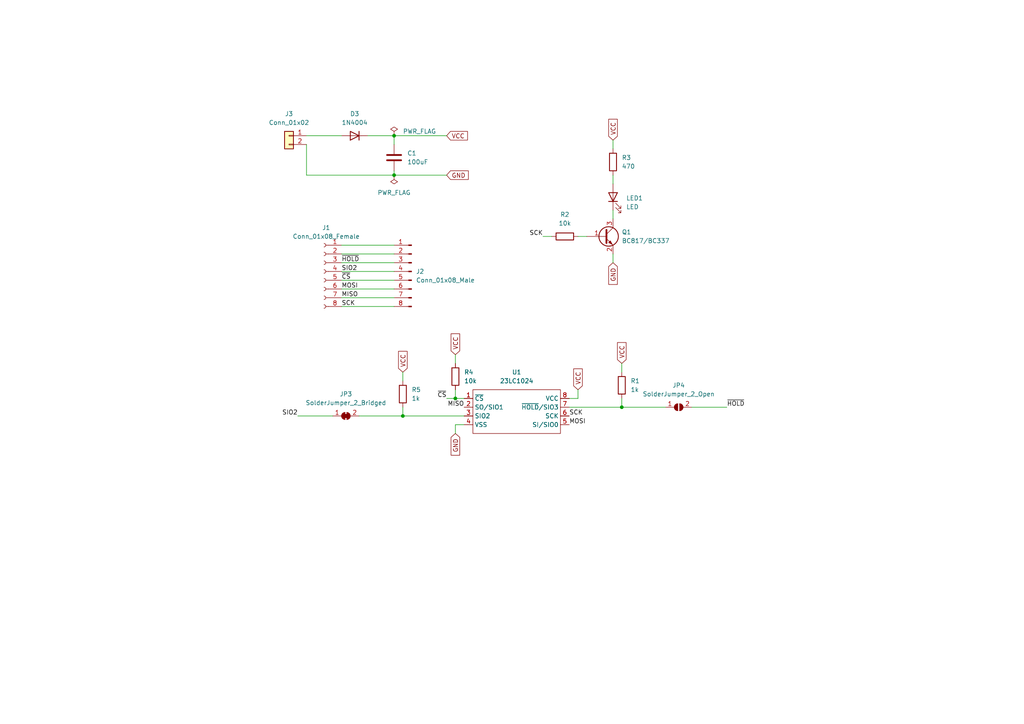
<source format=kicad_sch>
(kicad_sch (version 20211123) (generator eeschema)
  (paper "A4")
  (lib_symbols
    (symbol "Connector:Conn_01x08_Female" (pin_names (offset 1.016) hide)
      (property "Reference" "J" (at 0 10.16 0))
      (property "Value" "Conn_01x08_Female" (at 0 -12.7 0))
      (symbol "Conn_01x08_Female_1_1"
        (arc (start 0 -9.652) (mid -0.508 -10.16) (end 0 -10.668) (stroke (width 0.1524)))
        (arc (start 0 -7.112) (mid -0.508 -7.62) (end 0 -8.128) (stroke (width 0.1524)))
        (arc (start 0 -4.572) (mid -0.508 -5.08) (end 0 -5.588) (stroke (width 0.1524)))
        (arc (start 0 -2.032) (mid -0.508 -2.54) (end 0 -3.048) (stroke (width 0.1524)))
        (polyline (pts (xy -1.27 -10.16) (xy -0.508 -10.16)) (stroke (width 0.1524)))
        (polyline (pts (xy -1.27 -7.62) (xy -0.508 -7.62)) (stroke (width 0.1524)))
        (polyline (pts (xy -1.27 -5.08) (xy -0.508 -5.08)) (stroke (width 0.1524)))
        (polyline (pts (xy -1.27 -2.54) (xy -0.508 -2.54)) (stroke (width 0.1524)))
        (polyline (pts (xy -1.27 0) (xy -0.508 0)) (stroke (width 0.1524)))
        (polyline (pts (xy -1.27 2.54) (xy -0.508 2.54)) (stroke (width 0.1524)))
        (polyline (pts (xy -1.27 5.08) (xy -0.508 5.08)) (stroke (width 0.1524)))
        (polyline (pts (xy -1.27 7.62) (xy -0.508 7.62)) (stroke (width 0.1524)))
        (arc (start 0 0.508) (mid -0.508 0) (end 0 -0.508) (stroke (width 0.1524)))
        (arc (start 0 3.048) (mid -0.508 2.54) (end 0 2.032) (stroke (width 0.1524)))
        (arc (start 0 5.588) (mid -0.508 5.08) (end 0 4.572) (stroke (width 0.1524)))
        (arc (start 0 8.128) (mid -0.508 7.62) (end 0 7.112) (stroke (width 0.1524)))
        (pin passive line (at -5.08 7.62 0) (length 3.81) (name "Pin_1") (number "1"))
        (pin passive line (at -5.08 5.08 0) (length 3.81) (name "Pin_2") (number "2"))
        (pin passive line (at -5.08 2.54 0) (length 3.81) (name "Pin_3") (number "3"))
        (pin passive line (at -5.08 0 0) (length 3.81) (name "Pin_4") (number "4"))
        (pin passive line (at -5.08 -2.54 0) (length 3.81) (name "Pin_5") (number "5"))
        (pin passive line (at -5.08 -5.08 0) (length 3.81) (name "Pin_6") (number "6"))
        (pin passive line (at -5.08 -7.62 0) (length 3.81) (name "Pin_7") (number "7"))
        (pin passive line (at -5.08 -10.16 0) (length 3.81) (name "Pin_8") (number "8"))
      )
    )
    (symbol "Connector:Conn_01x08_Male" (pin_names (offset 1.016) hide)
      (property "Reference" "J" (at 0 10.16 0))
      (property "Value" "Conn_01x08_Male" (at 0 -12.7 0))
      (symbol "Conn_01x08_Male_1_1"
        (polyline (pts (xy 1.27 -10.16) (xy 0.8636 -10.16)) (stroke (width 0.1524)))
        (polyline (pts (xy 1.27 -7.62) (xy 0.8636 -7.62)) (stroke (width 0.1524)))
        (polyline (pts (xy 1.27 -5.08) (xy 0.8636 -5.08)) (stroke (width 0.1524)))
        (polyline (pts (xy 1.27 -2.54) (xy 0.8636 -2.54)) (stroke (width 0.1524)))
        (polyline (pts (xy 1.27 0) (xy 0.8636 0)) (stroke (width 0.1524)))
        (polyline (pts (xy 1.27 2.54) (xy 0.8636 2.54)) (stroke (width 0.1524)))
        (polyline (pts (xy 1.27 5.08) (xy 0.8636 5.08)) (stroke (width 0.1524)))
        (polyline (pts (xy 1.27 7.62) (xy 0.8636 7.62)) (stroke (width 0.1524)))
        (rectangle (start 0.8636 -10.033) (end 0 -10.287) (stroke (width 0.1524)) (fill (type outline)))
        (rectangle (start 0.8636 -7.493) (end 0 -7.747) (stroke (width 0.1524)) (fill (type outline)))
        (rectangle (start 0.8636 -4.953) (end 0 -5.207) (stroke (width 0.1524)) (fill (type outline)))
        (rectangle (start 0.8636 -2.413) (end 0 -2.667) (stroke (width 0.1524)) (fill (type outline)))
        (rectangle (start 0.8636 0.127) (end 0 -0.127) (stroke (width 0.1524)) (fill (type outline)))
        (rectangle (start 0.8636 2.667) (end 0 2.413) (stroke (width 0.1524)) (fill (type outline)))
        (rectangle (start 0.8636 5.207) (end 0 4.953) (stroke (width 0.1524)) (fill (type outline)))
        (rectangle (start 0.8636 7.747) (end 0 7.493) (stroke (width 0.1524)) (fill (type outline)))
        (pin passive line (at 5.08 7.62 180) (length 3.81) (name "Pin_1") (number "1"))
        (pin passive line (at 5.08 5.08 180) (length 3.81) (name "Pin_2") (number "2"))
        (pin passive line (at 5.08 2.54 180) (length 3.81) (name "Pin_3") (number "3"))
        (pin passive line (at 5.08 0 180) (length 3.81) (name "Pin_4") (number "4"))
        (pin passive line (at 5.08 -2.54 180) (length 3.81) (name "Pin_5") (number "5"))
        (pin passive line (at 5.08 -5.08 180) (length 3.81) (name "Pin_6") (number "6"))
        (pin passive line (at 5.08 -7.62 180) (length 3.81) (name "Pin_7") (number "7"))
        (pin passive line (at 5.08 -10.16 180) (length 3.81) (name "Pin_8") (number "8"))
      )
    )
    (symbol "Connector_Generic:Conn_01x02" (pin_names (offset 1.016) hide)
      (property "Reference" "J" (at 0 2.54 0))
      (property "Value" "Conn_01x02" (at 0 -5.08 0))
      (symbol "Conn_01x02_1_1"
        (rectangle (start -1.27 -2.413) (end 0 -2.667) (stroke (width 0.1524)))
        (rectangle (start -1.27 0.127) (end 0 -0.127) (stroke (width 0.1524)))
        (rectangle (start -1.27 1.27) (end 1.27 -3.81) (stroke (width 0.254)) (fill (type background)))
        (pin passive line (at -5.08 0 0) (length 3.81) (name "Pin_1") (number "1"))
        (pin passive line (at -5.08 -2.54 0) (length 3.81) (name "Pin_2") (number "2"))
      )
    )
    (symbol "Device:C" (pin_numbers hide) (pin_names (offset 0.254))
      (property "Reference" "C" (at 0.635 2.54 0))
      (property "Value" "C" (at 0.635 -2.54 0))
      (symbol "C_0_1"
        (polyline (pts (xy -2.032 -0.762) (xy 2.032 -0.762)) (stroke (width 0.508)))
        (polyline (pts (xy -2.032 0.762) (xy 2.032 0.762)) (stroke (width 0.508)))
      )
      (symbol "C_1_1"
        (pin passive line (at 0 3.81 270) (length 2.794) (name "~") (number "1"))
        (pin passive line (at 0 -3.81 90) (length 2.794) (name "~") (number "2"))
      )
    )
    (symbol "Device:LED" (pin_numbers hide) (pin_names (offset 1.016) hide)
      (property "Reference" "D" (at 0 2.54 0))
      (property "Value" "LED" (at 0 -2.54 0))
      (symbol "LED_0_1"
        (polyline (pts (xy -1.27 -1.27) (xy -1.27 1.27)) (stroke (width 0.254)))
        (polyline (pts (xy -1.27 0) (xy 1.27 0)))
        (polyline (pts (xy 1.27 -1.27) (xy 1.27 1.27) (xy -1.27 0) (xy 1.27 -1.27)) (stroke (width 0.254)))
        (polyline (pts (xy -3.048 -0.762) (xy -4.572 -2.286) (xy -3.81 -2.286) (xy -4.572 -2.286) (xy -4.572 -1.524)))
        (polyline (pts (xy -1.778 -0.762) (xy -3.302 -2.286) (xy -2.54 -2.286) (xy -3.302 -2.286) (xy -3.302 -1.524)))
      )
      (symbol "LED_1_1"
        (pin passive line (at -3.81 0 0) (length 2.54) (name "K") (number "1"))
        (pin passive line (at 3.81 0 180) (length 2.54) (name "A") (number "2"))
      )
    )
    (symbol "Device:R" (pin_numbers hide) (pin_names (offset 0))
      (property "Reference" "R" (at 2.032 0 90))
      (property "Value" "R" (at 0 0 90))
      (symbol "R_0_1"
        (rectangle (start -1.016 -2.54) (end 1.016 2.54) (stroke (width 0.254)))
      )
      (symbol "R_1_1"
        (pin passive line (at 0 3.81 270) (length 1.27) (name "~") (number "1"))
        (pin passive line (at 0 -3.81 90) (length 1.27) (name "~") (number "2"))
      )
    )
    (symbol "Diode:1N4004" (pin_numbers hide) (pin_names (offset 1.016) hide)
      (property "Reference" "D" (at 0 2.54 0))
      (property "Value" "1N4004" (at 0 -2.54 0))
      (symbol "1N4004_0_1"
        (polyline (pts (xy -1.27 1.27) (xy -1.27 -1.27)) (stroke (width 0.254)))
        (polyline (pts (xy 1.27 0) (xy -1.27 0)))
        (polyline (pts (xy 1.27 1.27) (xy 1.27 -1.27) (xy -1.27 0) (xy 1.27 1.27)) (stroke (width 0.254)))
      )
      (symbol "1N4004_1_1"
        (pin passive line (at -3.81 0 0) (length 2.54) (name "K") (number "1"))
        (pin passive line (at 3.81 0 180) (length 2.54) (name "A") (number "2"))
      )
    )
    (symbol "Jumper:SolderJumper_2_Bridged" (pin_names (offset 0) hide)
      (property "Reference" "JP" (at 0 2.032 0))
      (property "Value" "SolderJumper_2_Bridged" (at 0 -2.54 0))
      (symbol "SolderJumper_2_Bridged_0_1"
        (rectangle (start -0.508 0.508) (end 0.508 -0.508) (fill (type outline)))
        (arc (start -0.254 1.016) (mid -1.27 0) (end -0.254 -1.016))
        (arc (start -0.254 1.016) (mid -1.27 0) (end -0.254 -1.016) (fill (type outline)))
        (polyline (pts (xy -0.254 1.016) (xy -0.254 -1.016)))
        (polyline (pts (xy 0.254 1.016) (xy 0.254 -1.016)))
        (arc (start 0.254 -1.016) (mid 1.27 0) (end 0.254 1.016))
        (arc (start 0.254 -1.016) (mid 1.27 0) (end 0.254 1.016) (fill (type outline)))
      )
      (symbol "SolderJumper_2_Bridged_1_1"
        (pin passive line (at -3.81 0 0) (length 2.54) (name "A") (number "1"))
        (pin passive line (at 3.81 0 180) (length 2.54) (name "B") (number "2"))
      )
    )
    (symbol "Jumper:SolderJumper_2_Open" (pin_names (offset 0) hide)
      (property "Reference" "JP" (at 0 2.032 0))
      (property "Value" "SolderJumper_2_Open" (at 0 -2.54 0))
      (symbol "SolderJumper_2_Open_0_1"
        (arc (start -0.254 1.016) (mid -1.27 0) (end -0.254 -1.016))
        (arc (start -0.254 1.016) (mid -1.27 0) (end -0.254 -1.016) (fill (type outline)))
        (polyline (pts (xy -0.254 1.016) (xy -0.254 -1.016)))
        (polyline (pts (xy 0.254 1.016) (xy 0.254 -1.016)))
        (arc (start 0.254 -1.016) (mid 1.27 0) (end 0.254 1.016))
        (arc (start 0.254 -1.016) (mid 1.27 0) (end 0.254 1.016) (fill (type outline)))
      )
      (symbol "SolderJumper_2_Open_1_1"
        (pin passive line (at -3.81 0 0) (length 2.54) (name "A") (number "1"))
        (pin passive line (at 3.81 0 180) (length 2.54) (name "B") (number "2"))
      )
    )
    (symbol "SRAMBoard:23LC1024"
      (property "Reference" "U" (at 0 7.62 0))
      (property "Value" "23LC1024" (at 0 -7.62 0))
      (symbol "23LC1024_0_1"
        (rectangle (start -12.7 6.35) (end 12.7 -6.35))
      )
      (symbol "23LC1024_1_1"
        (pin input line (at -15.24 3.81 0) (length 2.54) (name "~{CS}") (number "1"))
        (pin bidirectional line (at -15.24 1.27 0) (length 2.54) (name "SO/SIO1") (number "2"))
        (pin bidirectional line (at -15.24 -1.27 0) (length 2.54) (name "SIO2") (number "3"))
        (pin power_in line (at -15.24 -3.81 0) (length 2.54) (name "VSS") (number "4"))
        (pin bidirectional line (at 15.24 -3.81 180) (length 2.54) (name "SI/SIO0") (number "5"))
        (pin input line (at 15.24 -1.27 180) (length 2.54) (name "SCK") (number "6"))
        (pin bidirectional line (at 15.24 1.27 180) (length 2.54) (name "~{HOLD}/SIO3") (number "7"))
        (pin power_in line (at 15.24 3.81 180) (length 2.54) (name "VCC") (number "8"))
      )
    )
    (symbol "Transistor_BJT:BC817" (pin_names (offset 0) hide)
      (property "Reference" "Q" (at 5.08 1.905 0))
      (property "Value" "BC817" (at 5.08 0 0))
      (symbol "BC817_0_1"
        (polyline (pts (xy 0.635 0.635) (xy 2.54 2.54)))
        (polyline (pts (xy 0.635 -0.635) (xy 2.54 -2.54) (xy 2.54 -2.54)))
        (polyline (pts (xy 0.635 1.905) (xy 0.635 -1.905) (xy 0.635 -1.905)) (stroke (width 0.508)))
        (polyline (pts (xy 1.27 -1.778) (xy 1.778 -1.27) (xy 2.286 -2.286) (xy 1.27 -1.778) (xy 1.27 -1.778)) (fill (type outline)))
        (circle (center 1.27 0) (radius 2.8194) (stroke (width 0.254)))
      )
      (symbol "BC817_1_1"
        (pin input line (at -5.08 0 0) (length 5.715) (name "B") (number "1"))
        (pin passive line (at 2.54 -5.08 90) (length 2.54) (name "E") (number "2"))
        (pin passive line (at 2.54 5.08 270) (length 2.54) (name "C") (number "3"))
      )
    )
    (symbol "power:PWR_FLAG" (power) (pin_numbers hide) (pin_names (offset 0) hide)
      (property "Value" "PWR_FLAG" (at 0 3.81 0))
      (symbol "PWR_FLAG_0_0"
        (pin power_out line (at 0 0 90) (length 0) (name "pwr") (number "1"))
      )
      (symbol "PWR_FLAG_0_1"
        (polyline (pts (xy 0 0) (xy 0 1.27) (xy -1.016 1.905) (xy 0 2.54) (xy 1.016 1.905) (xy 0 1.27)))
      )
    )
  )
  (junction (at 116.84 120.65))
  (junction (at 114.3 39.37))
  (junction (at 114.3 50.8))
  (junction (at 132.08 115.57))
  (junction (at 180.34 118.11))
  (wire (pts (xy 114.3 39.37) (xy 129.54 39.37)))
  (wire (pts (xy 157.48 68.58) (xy 160.02 68.58)))
  (wire (pts (xy 86.36 120.65) (xy 96.52 120.65)))
  (wire (pts (xy 114.3 49.53) (xy 114.3 50.8)))
  (wire (pts (xy 99.06 78.74) (xy 114.3 78.74)))
  (wire (pts (xy 106.68 39.37) (xy 114.3 39.37)))
  (wire (pts (xy 99.06 86.36) (xy 114.3 86.36)))
  (wire (pts (xy 88.9 41.91) (xy 88.9 50.8)))
  (wire (pts (xy 180.34 115.57) (xy 180.34 118.11)))
  (wire (pts (xy 167.64 68.58) (xy 170.18 68.58)))
  (wire (pts (xy 177.8 40.64) (xy 177.8 43.18)))
  (wire (pts (xy 116.84 120.65) (xy 134.62 120.65)))
  (wire (pts (xy 99.06 88.9) (xy 114.3 88.9)))
  (wire (pts (xy 165.1 115.57) (xy 167.64 115.57)))
  (wire (pts (xy 132.08 125.73) (xy 132.08 123.19)))
  (wire (pts (xy 116.84 107.95) (xy 116.84 110.49)))
  (wire (pts (xy 132.08 115.57) (xy 132.08 113.03)))
  (wire (pts (xy 99.06 81.28) (xy 114.3 81.28)))
  (wire (pts (xy 177.8 50.8) (xy 177.8 53.34)))
  (wire (pts (xy 180.34 118.11) (xy 165.1 118.11)))
  (wire (pts (xy 180.34 105.41) (xy 180.34 107.95)))
  (wire (pts (xy 177.8 73.66) (xy 177.8 76.2)))
  (wire (pts (xy 200.66 118.11) (xy 210.82 118.11)))
  (wire (pts (xy 134.62 115.57) (xy 132.08 115.57)))
  (wire (pts (xy 99.06 71.12) (xy 114.3 71.12)))
  (wire (pts (xy 99.06 83.82) (xy 114.3 83.82)))
  (wire (pts (xy 129.54 115.57) (xy 132.08 115.57)))
  (wire (pts (xy 116.84 118.11) (xy 116.84 120.65)))
  (wire (pts (xy 99.06 73.66) (xy 114.3 73.66)))
  (wire (pts (xy 88.9 50.8) (xy 114.3 50.8)))
  (wire (pts (xy 180.34 118.11) (xy 193.04 118.11)))
  (wire (pts (xy 167.64 115.57) (xy 167.64 113.03)))
  (wire (pts (xy 177.8 60.96) (xy 177.8 63.5)))
  (wire (pts (xy 99.06 76.2) (xy 114.3 76.2)))
  (wire (pts (xy 114.3 39.37) (xy 114.3 41.91)))
  (wire (pts (xy 114.3 50.8) (xy 129.54 50.8)))
  (wire (pts (xy 132.08 102.87) (xy 132.08 105.41)))
  (wire (pts (xy 132.08 123.19) (xy 134.62 123.19)))
  (wire (pts (xy 88.9 39.37) (xy 99.06 39.37)))
  (wire (pts (xy 104.14 120.65) (xy 116.84 120.65)))
  (label "SCK" (at 157.48 68.58 180))
  (label "SIO2" (at 99.06 78.74 0))
  (label "~{CS}" (at 99.06 81.28 0))
  (label "MOSI" (at 165.1 123.19 0))
  (label "MISO" (at 134.62 118.11 180))
  (label "MOSI" (at 99.06 83.82 0))
  (label "SCK" (at 165.1 120.65 0))
  (label "~{CS}" (at 129.54 115.57 180))
  (label "SCK" (at 99.06 88.9 0))
  (label "SIO2" (at 86.36 120.65 180))
  (label "~{HOLD}" (at 99.06 76.2 0))
  (label "~{HOLD}" (at 210.82 118.11 0))
  (label "MISO" (at 99.06 86.36 0))
  (global_label "VCC" (shape input) (at 167.64 113.03 90) (property "Intersheet References" "${INTERSHEET_REFS}" (effects hide)))
  (global_label "VCC" (shape input) (at 177.8 40.64 90) (property "Intersheet References" "${INTERSHEET_REFS}" (effects hide)))
  (global_label "VCC" (shape input) (at 180.34 105.41 90) (property "Intersheet References" "${INTERSHEET_REFS}" (effects hide)))
  (global_label "VCC" (shape input) (at 116.84 107.95 90) (property "Intersheet References" "${INTERSHEET_REFS}" (effects hide)))
  (global_label "GND" (shape input) (at 177.8 76.2 270) (property "Intersheet References" "${INTERSHEET_REFS}" (effects hide)))
  (global_label "VCC" (shape input) (at 129.54 39.37 0) (property "Intersheet References" "${INTERSHEET_REFS}" (effects hide)))
  (global_label "GND" (shape input) (at 132.08 125.73 270) (property "Intersheet References" "${INTERSHEET_REFS}" (effects hide)))
  (global_label "VCC" (shape input) (at 132.08 102.87 90) (property "Intersheet References" "${INTERSHEET_REFS}" (effects hide)))
  (global_label "GND" (shape input) (at 129.54 50.8 0) (property "Intersheet References" "${INTERSHEET_REFS}" (effects hide)))
  (symbol (lib_id "Diode:1N4004") (at 102.87 39.37 180) (unit 1)
    (property "Reference" "D3" (at 102.87 33.02 0))
    (property "Value" "1N4004" (at 102.87 35.56 0))
    (property "Footprint" "Diode_SMD:D_MELF-RM10_Universal_Handsoldering" (effects hide))
    (property "Datasheet" "http://www.vishay.com/docs/88503/1n4001.pdf" (effects hide))
  )
  (symbol (lib_id "Transistor_BJT:BC817") (at 175.26 68.58 0) (unit 1)
    (property "Reference" "Q1" (at 180.34 67.3099 0) (effects (justify left)))
    (property "Value" "BC817/BC337" (at 180.34 69.8499 0) (effects (justify left)))
    (property "Footprint" "SRAMBoard:Q_SOT23_TO92" (effects hide))
    (property "Datasheet" "https://www.onsemi.com/pub/Collateral/BC818-D.pdf" (effects hide))
  )
  (symbol (lib_id "Device:C") (at 114.3 45.72 0) (unit 1)
    (property "Reference" "C1" (at 118.11 44.4499 0) (effects (justify left)))
    (property "Value" "100uF" (at 118.11 46.9899 0) (effects (justify left)))
    (property "Footprint" "SRAMBoard:C_THT10.16mm_SMD1206" (effects hide))
  )
  (symbol (lib_id "Device:R") (at 132.08 109.22 180) (unit 1)
    (property "Reference" "R4" (at 134.62 107.9499 0) (effects (justify right)))
    (property "Value" "10k" (at 134.62 110.4899 0) (effects (justify right)))
    (property "Footprint" "SRAMBoard:R_THT10.16mm_SMD1206" (effects hide))
  )
  (symbol (lib_id "Jumper:SolderJumper_2_Open") (at 196.85 118.11 0) (unit 1)
    (property "Reference" "JP4" (at 196.85 111.76 0))
    (property "Value" "SolderJumper_2_Open" (at 196.85 114.3 0))
    (property "Footprint" "Jumper:SolderJumper-2_P1.3mm_Open_RoundedPad1.0x1.5mm" (effects hide))
  )
  (symbol (lib_id "power:PWR_FLAG") (at 114.3 39.37 0) (unit 1)
    (property "Reference" "#FLG0102" (effects hide))
    (property "Value" "PWR_FLAG" (at 116.84 38.0999 0) (effects (justify left)))
  )
  (symbol (lib_id "Device:R") (at 116.84 114.3 0) (unit 1)
    (property "Reference" "R5" (at 119.38 113.0299 0) (effects (justify left)))
    (property "Value" "1k" (at 119.38 115.5699 0) (effects (justify left)))
    (property "Footprint" "SRAMBoard:R_THT10.16mm_SMD1206" (effects hide))
  )
  (symbol (lib_id "Device:LED") (at 177.8 57.15 90) (unit 1)
    (property "Reference" "LED1" (at 181.61 57.4674 90) (effects (justify right)))
    (property "Value" "LED" (at 181.61 60.0074 90) (effects (justify right)))
    (property "Footprint" "SRAMBoard:LED_THT3mm_SMD1206" (effects hide))
  )
  (symbol (lib_id "Device:R") (at 177.8 46.99 0) (unit 1)
    (property "Reference" "R3" (at 180.34 45.7199 0) (effects (justify left)))
    (property "Value" "470" (at 180.34 48.2599 0) (effects (justify left)))
    (property "Footprint" "SRAMBoard:R_THT10.16mm_SMD1206" (effects hide))
  )
  (symbol (lib_id "SRAMBoard:23LC1024") (at 149.86 119.38 0) (unit 1)
    (property "Reference" "U1" (at 149.86 107.95 0))
    (property "Value" "23LC1024" (at 149.86 110.49 0))
    (property "Footprint" "SRAMBoard:DIP_SO_8" (effects hide))
  )
  (symbol (lib_id "Connector_Generic:Conn_01x02") (at 83.82 39.37 0) (mirror y) (unit 1)
    (property "Reference" "J3" (at 83.82 33.02 0))
    (property "Value" "Conn_01x02" (at 83.82 35.56 0))
    (property "Footprint" "Connector_PinHeader_2.54mm:PinHeader_1x02_P2.54mm_Vertical" (effects hide))
  )
  (symbol (lib_id "power:PWR_FLAG") (at 114.3 50.8 180) (unit 1)
    (property "Reference" "#FLG0101" (effects hide))
    (property "Value" "PWR_FLAG" (at 114.3 55.88 0))
  )
  (symbol (lib_id "Device:R") (at 180.34 111.76 0) (unit 1)
    (property "Reference" "R1" (at 182.88 110.4899 0) (effects (justify left)))
    (property "Value" "1k" (at 182.88 113.0299 0) (effects (justify left)))
    (property "Footprint" "SRAMBoard:R_THT10.16mm_SMD1206" (effects hide))
  )
  (symbol (lib_id "Connector:Conn_01x08_Male") (at 119.38 78.74 0) (mirror y) (unit 1)
    (property "Reference" "J2" (at 120.65 78.7399 0) (effects (justify right)))
    (property "Value" "Conn_01x08_Male" (at 120.65 81.2799 0) (effects (justify right)))
    (property "Footprint" "Connector_PinHeader_2.54mm:PinHeader_1x08_P2.54mm_Vertical" (effects hide))
  )
  (symbol (lib_id "Connector:Conn_01x08_Female") (at 93.98 78.74 0) (mirror y) (unit 1)
    (property "Reference" "J1" (at 94.615 66.04 0))
    (property "Value" "Conn_01x08_Female" (at 94.615 68.58 0))
    (property "Footprint" "Connector_PinSocket_2.54mm:PinSocket_1x08_P2.54mm_Vertical" (effects hide))
  )
  (symbol (lib_id "Device:R") (at 163.83 68.58 90) (unit 1)
    (property "Reference" "R2" (at 163.83 62.23 90))
    (property "Value" "10k" (at 163.83 64.77 90))
    (property "Footprint" "SRAMBoard:R_THT10.16mm_SMD1206" (effects hide))
  )
  (symbol (lib_id "Jumper:SolderJumper_2_Bridged") (at 100.33 120.65 0) (unit 1)
    (property "Reference" "JP3" (at 100.33 114.3 0))
    (property "Value" "SolderJumper_2_Bridged" (at 100.33 116.84 0))
    (property "Footprint" "Jumper:SolderJumper-2_P1.3mm_Bridged_RoundedPad1.0x1.5mm" (effects hide))
  )
)
</source>
